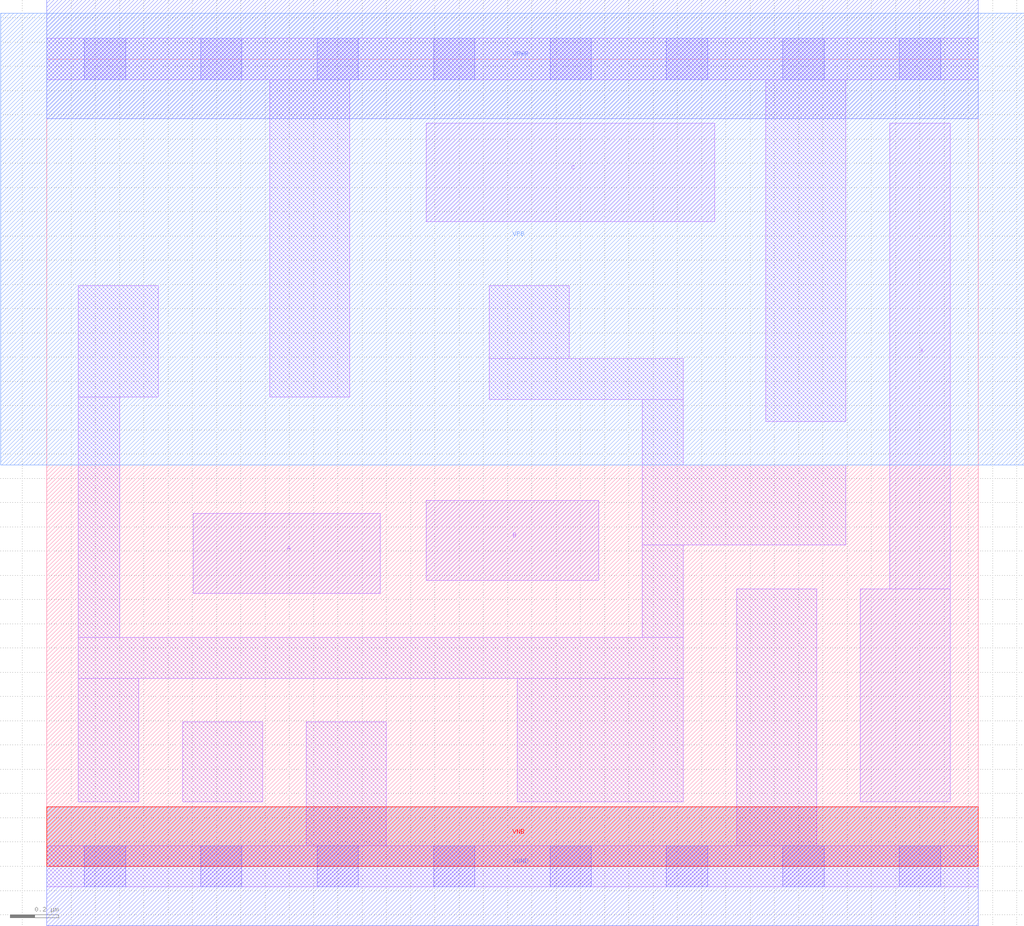
<source format=lef>
# Copyright 2020 The SkyWater PDK Authors
#
# Licensed under the Apache License, Version 2.0 (the "License");
# you may not use this file except in compliance with the License.
# You may obtain a copy of the License at
#
#     https://www.apache.org/licenses/LICENSE-2.0
#
# Unless required by applicable law or agreed to in writing, software
# distributed under the License is distributed on an "AS IS" BASIS,
# WITHOUT WARRANTIES OR CONDITIONS OF ANY KIND, either express or implied.
# See the License for the specific language governing permissions and
# limitations under the License.
#
# SPDX-License-Identifier: Apache-2.0

VERSION 5.7 ;
  NOWIREEXTENSIONATPIN ON ;
  DIVIDERCHAR "/" ;
  BUSBITCHARS "[]" ;
MACRO sky130_fd_sc_lp__maj3_1
  CLASS CORE ;
  FOREIGN sky130_fd_sc_lp__maj3_1 ;
  ORIGIN  0.000000  0.000000 ;
  SIZE  3.840000 BY  3.330000 ;
  SYMMETRY X Y R90 ;
  SITE unit ;
  PIN A
    ANTENNAGATEAREA  0.252000 ;
    DIRECTION INPUT ;
    USE SIGNAL ;
    PORT
      LAYER li1 ;
        RECT 0.605000 1.125000 1.375000 1.455000 ;
    END
  END A
  PIN B
    ANTENNAGATEAREA  0.252000 ;
    DIRECTION INPUT ;
    USE SIGNAL ;
    PORT
      LAYER li1 ;
        RECT 1.565000 1.180000 2.275000 1.510000 ;
    END
  END B
  PIN C
    ANTENNAGATEAREA  0.252000 ;
    DIRECTION INPUT ;
    USE SIGNAL ;
    PORT
      LAYER li1 ;
        RECT 1.565000 2.660000 2.755000 3.065000 ;
    END
  END C
  PIN X
    ANTENNADIFFAREA  0.598500 ;
    DIRECTION OUTPUT ;
    USE SIGNAL ;
    PORT
      LAYER li1 ;
        RECT 3.355000 0.265000 3.725000 1.145000 ;
        RECT 3.475000 1.145000 3.725000 3.065000 ;
    END
  END X
  PIN VGND
    DIRECTION INOUT ;
    USE GROUND ;
    PORT
      LAYER met1 ;
        RECT 0.000000 -0.245000 3.840000 0.245000 ;
    END
  END VGND
  PIN VNB
    DIRECTION INOUT ;
    USE GROUND ;
    PORT
      LAYER pwell ;
        RECT 0.000000 0.000000 3.840000 0.245000 ;
    END
  END VNB
  PIN VPB
    DIRECTION INOUT ;
    USE POWER ;
    PORT
      LAYER nwell ;
        RECT -0.190000 1.655000 4.030000 3.520000 ;
    END
  END VPB
  PIN VPWR
    DIRECTION INOUT ;
    USE POWER ;
    PORT
      LAYER met1 ;
        RECT 0.000000 3.085000 3.840000 3.575000 ;
    END
  END VPWR
  OBS
    LAYER li1 ;
      RECT 0.000000 -0.085000 3.840000 0.085000 ;
      RECT 0.000000  3.245000 3.840000 3.415000 ;
      RECT 0.130000  0.265000 0.380000 0.775000 ;
      RECT 0.130000  0.775000 2.625000 0.945000 ;
      RECT 0.130000  0.945000 0.300000 1.935000 ;
      RECT 0.130000  1.935000 0.460000 2.395000 ;
      RECT 0.560000  0.265000 0.890000 0.595000 ;
      RECT 0.920000  1.935000 1.250000 3.245000 ;
      RECT 1.070000  0.085000 1.400000 0.595000 ;
      RECT 1.825000  1.925000 2.625000 2.095000 ;
      RECT 1.825000  2.095000 2.155000 2.395000 ;
      RECT 1.940000  0.265000 2.625000 0.775000 ;
      RECT 2.455000  0.945000 2.625000 1.325000 ;
      RECT 2.455000  1.325000 3.295000 1.655000 ;
      RECT 2.455000  1.655000 2.625000 1.925000 ;
      RECT 2.845000  0.085000 3.175000 1.145000 ;
      RECT 2.965000  1.835000 3.295000 3.245000 ;
    LAYER mcon ;
      RECT 0.155000 -0.085000 0.325000 0.085000 ;
      RECT 0.155000  3.245000 0.325000 3.415000 ;
      RECT 0.635000 -0.085000 0.805000 0.085000 ;
      RECT 0.635000  3.245000 0.805000 3.415000 ;
      RECT 1.115000 -0.085000 1.285000 0.085000 ;
      RECT 1.115000  3.245000 1.285000 3.415000 ;
      RECT 1.595000 -0.085000 1.765000 0.085000 ;
      RECT 1.595000  3.245000 1.765000 3.415000 ;
      RECT 2.075000 -0.085000 2.245000 0.085000 ;
      RECT 2.075000  3.245000 2.245000 3.415000 ;
      RECT 2.555000 -0.085000 2.725000 0.085000 ;
      RECT 2.555000  3.245000 2.725000 3.415000 ;
      RECT 3.035000 -0.085000 3.205000 0.085000 ;
      RECT 3.035000  3.245000 3.205000 3.415000 ;
      RECT 3.515000 -0.085000 3.685000 0.085000 ;
      RECT 3.515000  3.245000 3.685000 3.415000 ;
  END
END sky130_fd_sc_lp__maj3_1
END LIBRARY

</source>
